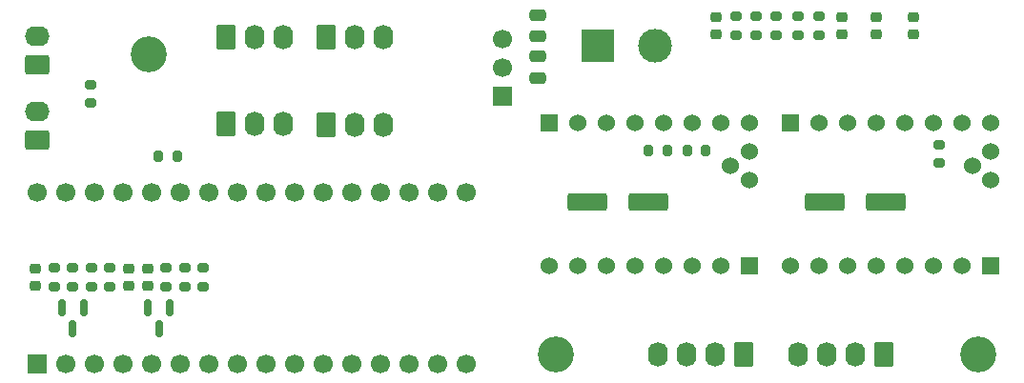
<source format=gts>
G04 #@! TF.GenerationSoftware,KiCad,Pcbnew,(6.0.0)*
G04 #@! TF.CreationDate,2022-02-12T17:35:16+01:00*
G04 #@! TF.ProjectId,canned-ercf-board,63616e6e-6564-42d6-9572-63662d626f61,v1.0-beta1*
G04 #@! TF.SameCoordinates,Original*
G04 #@! TF.FileFunction,Soldermask,Top*
G04 #@! TF.FilePolarity,Negative*
%FSLAX46Y46*%
G04 Gerber Fmt 4.6, Leading zero omitted, Abs format (unit mm)*
G04 Created by KiCad (PCBNEW (6.0.0)) date 2022-02-12 17:35:16*
%MOMM*%
%LPD*%
G01*
G04 APERTURE LIST*
G04 Aperture macros list*
%AMRoundRect*
0 Rectangle with rounded corners*
0 $1 Rounding radius*
0 $2 $3 $4 $5 $6 $7 $8 $9 X,Y pos of 4 corners*
0 Add a 4 corners polygon primitive as box body*
4,1,4,$2,$3,$4,$5,$6,$7,$8,$9,$2,$3,0*
0 Add four circle primitives for the rounded corners*
1,1,$1+$1,$2,$3*
1,1,$1+$1,$4,$5*
1,1,$1+$1,$6,$7*
1,1,$1+$1,$8,$9*
0 Add four rect primitives between the rounded corners*
20,1,$1+$1,$2,$3,$4,$5,0*
20,1,$1+$1,$4,$5,$6,$7,0*
20,1,$1+$1,$6,$7,$8,$9,0*
20,1,$1+$1,$8,$9,$2,$3,0*%
G04 Aperture macros list end*
%ADD10RoundRect,0.250000X1.500000X0.550000X-1.500000X0.550000X-1.500000X-0.550000X1.500000X-0.550000X0*%
%ADD11R,1.700000X1.700000*%
%ADD12C,1.700000*%
%ADD13RoundRect,0.250000X0.845000X-0.620000X0.845000X0.620000X-0.845000X0.620000X-0.845000X-0.620000X0*%
%ADD14O,2.190000X1.740000*%
%ADD15C,1.524000*%
%ADD16R,1.524000X1.524000*%
%ADD17C,3.200000*%
%ADD18RoundRect,0.225000X-0.250000X0.225000X-0.250000X-0.225000X0.250000X-0.225000X0.250000X0.225000X0*%
%ADD19RoundRect,0.250000X-0.620000X-0.845000X0.620000X-0.845000X0.620000X0.845000X-0.620000X0.845000X0*%
%ADD20O,1.740000X2.190000*%
%ADD21R,3.000000X3.000000*%
%ADD22C,3.000000*%
%ADD23RoundRect,0.250000X0.620000X0.845000X-0.620000X0.845000X-0.620000X-0.845000X0.620000X-0.845000X0*%
%ADD24RoundRect,0.200000X-0.275000X0.200000X-0.275000X-0.200000X0.275000X-0.200000X0.275000X0.200000X0*%
%ADD25RoundRect,0.200000X0.275000X-0.200000X0.275000X0.200000X-0.275000X0.200000X-0.275000X-0.200000X0*%
%ADD26RoundRect,0.250000X0.475000X-0.250000X0.475000X0.250000X-0.475000X0.250000X-0.475000X-0.250000X0*%
%ADD27RoundRect,0.150000X-0.150000X0.587500X-0.150000X-0.587500X0.150000X-0.587500X0.150000X0.587500X0*%
%ADD28RoundRect,0.200000X0.200000X0.275000X-0.200000X0.275000X-0.200000X-0.275000X0.200000X-0.275000X0*%
%ADD29RoundRect,0.218750X-0.256250X0.218750X-0.256250X-0.218750X0.256250X-0.218750X0.256250X0.218750X0*%
%ADD30RoundRect,0.250000X-0.475000X0.250000X-0.475000X-0.250000X0.475000X-0.250000X0.475000X0.250000X0*%
%ADD31RoundRect,0.225000X0.250000X-0.225000X0.250000X0.225000X-0.250000X0.225000X-0.250000X-0.225000X0*%
G04 APERTURE END LIST*
D10*
X155608000Y-126136400D03*
X150208000Y-126136400D03*
D11*
X80264000Y-140589000D03*
D12*
X82804000Y-140589000D03*
X85344000Y-140589000D03*
X87884000Y-140589000D03*
X90424000Y-140589000D03*
X92964000Y-140589000D03*
X95504000Y-140589000D03*
X98044000Y-140589000D03*
X100584000Y-140589000D03*
X103124000Y-140589000D03*
X105664000Y-140589000D03*
X108204000Y-140589000D03*
X110744000Y-140589000D03*
X113284000Y-140589000D03*
X115824000Y-140589000D03*
X118364000Y-140589000D03*
X118364000Y-125349000D03*
X115824000Y-125349000D03*
X113284000Y-125349000D03*
X110744000Y-125349000D03*
X108204000Y-125349000D03*
X105664000Y-125349000D03*
X103124000Y-125349000D03*
X100584000Y-125349000D03*
X98044000Y-125349000D03*
X95504000Y-125349000D03*
X92964000Y-125349000D03*
X90424000Y-125349000D03*
X87884000Y-125349000D03*
X85344000Y-125349000D03*
X82804000Y-125349000D03*
X80264000Y-125349000D03*
D13*
X80233200Y-113995200D03*
D14*
X80233200Y-111455200D03*
D13*
X80264000Y-120650000D03*
D14*
X80264000Y-118110000D03*
D15*
X141859000Y-122936000D03*
X143510000Y-124206000D03*
X143510000Y-121666000D03*
X125730000Y-131826000D03*
X128270000Y-131826000D03*
X130810000Y-131826000D03*
X138430000Y-131826000D03*
X135890000Y-131826000D03*
X133350000Y-131826000D03*
X140970000Y-131826000D03*
D16*
X143510000Y-131826000D03*
D15*
X143510000Y-119126000D03*
X140970000Y-119126000D03*
X138430000Y-119126000D03*
X135890000Y-119126000D03*
X133350000Y-119126000D03*
X130810000Y-119126000D03*
X128270000Y-119126000D03*
D16*
X125730000Y-119126000D03*
X147193000Y-119126000D03*
D15*
X149733000Y-119126000D03*
X152273000Y-119126000D03*
X154813000Y-119126000D03*
X157353000Y-119126000D03*
X159893000Y-119126000D03*
X162433000Y-119126000D03*
X164973000Y-119126000D03*
D16*
X164973000Y-131826000D03*
D15*
X162433000Y-131826000D03*
X154813000Y-131826000D03*
X157353000Y-131826000D03*
X159893000Y-131826000D03*
X152273000Y-131826000D03*
X149733000Y-131826000D03*
X147193000Y-131826000D03*
X164973000Y-121666000D03*
X164973000Y-124206000D03*
X163322000Y-122936000D03*
D17*
X126365000Y-139700000D03*
X90170000Y-113030000D03*
X163830000Y-139700000D03*
D18*
X140589000Y-109715000D03*
X140589000Y-111265000D03*
D19*
X97028000Y-119253000D03*
D20*
X99568000Y-119253000D03*
X102108000Y-119253000D03*
D19*
X97028000Y-111506000D03*
D20*
X99568000Y-111506000D03*
X102108000Y-111506000D03*
D21*
X130048000Y-112268000D03*
D22*
X135128000Y-112268000D03*
D23*
X155448000Y-139700000D03*
D20*
X152908000Y-139700000D03*
X150368000Y-139700000D03*
X147828000Y-139700000D03*
D23*
X143002000Y-139680000D03*
D20*
X140462000Y-139680000D03*
X137922000Y-139680000D03*
X135382000Y-139680000D03*
D24*
X94996000Y-132017000D03*
X94996000Y-133667000D03*
D25*
X142367000Y-111315000D03*
X142367000Y-109665000D03*
D24*
X144145000Y-109665000D03*
X144145000Y-111315000D03*
X85039200Y-115722400D03*
X85039200Y-117372400D03*
D11*
X121592800Y-116789200D03*
D12*
X121592800Y-114249200D03*
X121592800Y-111709200D03*
D19*
X105918000Y-119273000D03*
D20*
X108458000Y-119273000D03*
X110998000Y-119273000D03*
D26*
X124764800Y-115123000D03*
X124764800Y-113223000D03*
D19*
X105918000Y-111506000D03*
D20*
X108458000Y-111506000D03*
X110998000Y-111506000D03*
D25*
X86741000Y-133667000D03*
X86741000Y-132017000D03*
X83439000Y-133667000D03*
X83439000Y-132017000D03*
D27*
X92034400Y-135562100D03*
X90134400Y-135562100D03*
X91084400Y-137437100D03*
D28*
X92710000Y-122100000D03*
X91060000Y-122100000D03*
X134557000Y-121564400D03*
X136207000Y-121564400D03*
D10*
X134526000Y-126187200D03*
X129126000Y-126187200D03*
D28*
X139636000Y-121564400D03*
X137986000Y-121564400D03*
D24*
X145923000Y-109665000D03*
X145923000Y-111315000D03*
D29*
X151765000Y-109702500D03*
X151765000Y-111277500D03*
D25*
X85090000Y-133667000D03*
X85090000Y-132017000D03*
D30*
X124764800Y-109540000D03*
X124764800Y-111440000D03*
D31*
X90068400Y-133617000D03*
X90068400Y-132067000D03*
D25*
X160390000Y-121045000D03*
X160390000Y-122695000D03*
D29*
X154813000Y-109702500D03*
X154813000Y-111277500D03*
D25*
X93370400Y-133667000D03*
X93370400Y-132017000D03*
D29*
X158115000Y-109702500D03*
X158115000Y-111277500D03*
D25*
X91744800Y-133667000D03*
X91744800Y-132017000D03*
D31*
X80137000Y-133617000D03*
X80137000Y-132067000D03*
D24*
X149733000Y-109665000D03*
X149733000Y-111315000D03*
D31*
X88392000Y-132067000D03*
X88392000Y-133617000D03*
D27*
X84389000Y-135587500D03*
X82489000Y-135587500D03*
X83439000Y-137462500D03*
D25*
X81788000Y-133667000D03*
X81788000Y-132017000D03*
D24*
X147828000Y-109665000D03*
X147828000Y-111315000D03*
M02*

</source>
